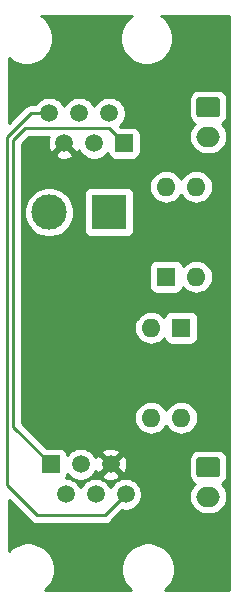
<source format=gbr>
G04 #@! TF.GenerationSoftware,KiCad,Pcbnew,(5.1.0)-1*
G04 #@! TF.CreationDate,2019-07-07T19:12:32+02:00*
G04 #@! TF.ProjectId,big_button_v1,6269675f-6275-4747-946f-6e5f76312e6b,rev?*
G04 #@! TF.SameCoordinates,Original*
G04 #@! TF.FileFunction,Copper,L1,Top*
G04 #@! TF.FilePolarity,Positive*
%FSLAX46Y46*%
G04 Gerber Fmt 4.6, Leading zero omitted, Abs format (unit mm)*
G04 Created by KiCad (PCBNEW (5.1.0)-1) date 2019-07-07 19:12:32*
%MOMM*%
%LPD*%
G04 APERTURE LIST*
%ADD10O,1.600000X1.600000*%
%ADD11R,1.600000X1.600000*%
%ADD12C,3.000000*%
%ADD13R,3.000000X3.000000*%
%ADD14O,2.000000X1.700000*%
%ADD15C,0.100000*%
%ADD16C,1.700000*%
%ADD17R,1.520000X1.520000*%
%ADD18C,1.520000*%
%ADD19C,0.800000*%
%ADD20C,0.250000*%
%ADD21C,0.254000*%
G04 APERTURE END LIST*
D10*
X64008000Y-65151000D03*
X66548000Y-72771000D03*
X66548000Y-65151000D03*
D11*
X64008000Y-72771000D03*
D10*
X65278000Y-84709000D03*
X62738000Y-77089000D03*
X62738000Y-84709000D03*
D11*
X65278000Y-77089000D03*
D12*
X54102000Y-67310000D03*
D13*
X59182000Y-67310000D03*
D14*
X67564000Y-60920000D03*
D15*
G36*
X68338504Y-57571204D02*
G01*
X68362773Y-57574804D01*
X68386571Y-57580765D01*
X68409671Y-57589030D01*
X68431849Y-57599520D01*
X68452893Y-57612133D01*
X68472598Y-57626747D01*
X68490777Y-57643223D01*
X68507253Y-57661402D01*
X68521867Y-57681107D01*
X68534480Y-57702151D01*
X68544970Y-57724329D01*
X68553235Y-57747429D01*
X68559196Y-57771227D01*
X68562796Y-57795496D01*
X68564000Y-57820000D01*
X68564000Y-59020000D01*
X68562796Y-59044504D01*
X68559196Y-59068773D01*
X68553235Y-59092571D01*
X68544970Y-59115671D01*
X68534480Y-59137849D01*
X68521867Y-59158893D01*
X68507253Y-59178598D01*
X68490777Y-59196777D01*
X68472598Y-59213253D01*
X68452893Y-59227867D01*
X68431849Y-59240480D01*
X68409671Y-59250970D01*
X68386571Y-59259235D01*
X68362773Y-59265196D01*
X68338504Y-59268796D01*
X68314000Y-59270000D01*
X66814000Y-59270000D01*
X66789496Y-59268796D01*
X66765227Y-59265196D01*
X66741429Y-59259235D01*
X66718329Y-59250970D01*
X66696151Y-59240480D01*
X66675107Y-59227867D01*
X66655402Y-59213253D01*
X66637223Y-59196777D01*
X66620747Y-59178598D01*
X66606133Y-59158893D01*
X66593520Y-59137849D01*
X66583030Y-59115671D01*
X66574765Y-59092571D01*
X66568804Y-59068773D01*
X66565204Y-59044504D01*
X66564000Y-59020000D01*
X66564000Y-57820000D01*
X66565204Y-57795496D01*
X66568804Y-57771227D01*
X66574765Y-57747429D01*
X66583030Y-57724329D01*
X66593520Y-57702151D01*
X66606133Y-57681107D01*
X66620747Y-57661402D01*
X66637223Y-57643223D01*
X66655402Y-57626747D01*
X66675107Y-57612133D01*
X66696151Y-57599520D01*
X66718329Y-57589030D01*
X66741429Y-57580765D01*
X66765227Y-57574804D01*
X66789496Y-57571204D01*
X66814000Y-57570000D01*
X68314000Y-57570000D01*
X68338504Y-57571204D01*
X68338504Y-57571204D01*
G37*
D16*
X67564000Y-58420000D03*
D14*
X67564000Y-91400000D03*
D15*
G36*
X68338504Y-88051204D02*
G01*
X68362773Y-88054804D01*
X68386571Y-88060765D01*
X68409671Y-88069030D01*
X68431849Y-88079520D01*
X68452893Y-88092133D01*
X68472598Y-88106747D01*
X68490777Y-88123223D01*
X68507253Y-88141402D01*
X68521867Y-88161107D01*
X68534480Y-88182151D01*
X68544970Y-88204329D01*
X68553235Y-88227429D01*
X68559196Y-88251227D01*
X68562796Y-88275496D01*
X68564000Y-88300000D01*
X68564000Y-89500000D01*
X68562796Y-89524504D01*
X68559196Y-89548773D01*
X68553235Y-89572571D01*
X68544970Y-89595671D01*
X68534480Y-89617849D01*
X68521867Y-89638893D01*
X68507253Y-89658598D01*
X68490777Y-89676777D01*
X68472598Y-89693253D01*
X68452893Y-89707867D01*
X68431849Y-89720480D01*
X68409671Y-89730970D01*
X68386571Y-89739235D01*
X68362773Y-89745196D01*
X68338504Y-89748796D01*
X68314000Y-89750000D01*
X66814000Y-89750000D01*
X66789496Y-89748796D01*
X66765227Y-89745196D01*
X66741429Y-89739235D01*
X66718329Y-89730970D01*
X66696151Y-89720480D01*
X66675107Y-89707867D01*
X66655402Y-89693253D01*
X66637223Y-89676777D01*
X66620747Y-89658598D01*
X66606133Y-89638893D01*
X66593520Y-89617849D01*
X66583030Y-89595671D01*
X66574765Y-89572571D01*
X66568804Y-89548773D01*
X66565204Y-89524504D01*
X66564000Y-89500000D01*
X66564000Y-88300000D01*
X66565204Y-88275496D01*
X66568804Y-88251227D01*
X66574765Y-88227429D01*
X66583030Y-88204329D01*
X66593520Y-88182151D01*
X66606133Y-88161107D01*
X66620747Y-88141402D01*
X66637223Y-88123223D01*
X66655402Y-88106747D01*
X66675107Y-88092133D01*
X66696151Y-88079520D01*
X66718329Y-88069030D01*
X66741429Y-88060765D01*
X66765227Y-88054804D01*
X66789496Y-88051204D01*
X66814000Y-88050000D01*
X68314000Y-88050000D01*
X68338504Y-88051204D01*
X68338504Y-88051204D01*
G37*
D16*
X67564000Y-88900000D03*
D17*
X54234000Y-88646000D03*
D18*
X55504000Y-91186000D03*
X56774000Y-88646000D03*
X58044000Y-91186000D03*
X59314000Y-88646000D03*
X60584000Y-91186000D03*
D17*
X60452000Y-61468000D03*
D18*
X59182000Y-58928000D03*
X57912000Y-61468000D03*
X56642000Y-58928000D03*
X55372000Y-61468000D03*
X54102000Y-58928000D03*
D19*
X56134000Y-76708000D03*
X61468000Y-76200000D03*
X54102000Y-70358000D03*
D20*
X59182000Y-60198000D02*
X60452000Y-61468000D01*
X52070000Y-60198000D02*
X59182000Y-60198000D01*
X51054000Y-61214000D02*
X52070000Y-60198000D01*
X54234000Y-88646000D02*
X51054000Y-85466000D01*
X51054000Y-85466000D02*
X51054000Y-61214000D01*
X58806000Y-92964000D02*
X60584000Y-91186000D01*
X53086000Y-92964000D02*
X58806000Y-92964000D01*
X50546000Y-90424000D02*
X53086000Y-92964000D01*
X50546000Y-60960000D02*
X50546000Y-90424000D01*
X54102000Y-58928000D02*
X52578000Y-58928000D01*
X52578000Y-58928000D02*
X50546000Y-60960000D01*
D21*
G36*
X60921334Y-50822544D02*
G01*
X60606544Y-51137334D01*
X60359214Y-51507489D01*
X60188851Y-51918782D01*
X60102000Y-52355409D01*
X60102000Y-52800591D01*
X60188851Y-53237218D01*
X60359214Y-53648511D01*
X60606544Y-54018666D01*
X60921334Y-54333456D01*
X61291489Y-54580786D01*
X61702782Y-54751149D01*
X62139409Y-54838000D01*
X62584591Y-54838000D01*
X63021218Y-54751149D01*
X63432511Y-54580786D01*
X63802666Y-54333456D01*
X64117456Y-54018666D01*
X64364786Y-53648511D01*
X64535149Y-53237218D01*
X64622000Y-52800591D01*
X64622000Y-52355409D01*
X64535149Y-51918782D01*
X64364786Y-51507489D01*
X64117456Y-51137334D01*
X63802666Y-50822544D01*
X63611783Y-50695000D01*
X69305001Y-50695000D01*
X69305000Y-99305000D01*
X63904396Y-99305000D01*
X63924666Y-99291456D01*
X64239456Y-98976666D01*
X64486786Y-98606511D01*
X64657149Y-98195218D01*
X64744000Y-97758591D01*
X64744000Y-97313409D01*
X64657149Y-96876782D01*
X64486786Y-96465489D01*
X64239456Y-96095334D01*
X63924666Y-95780544D01*
X63554511Y-95533214D01*
X63143218Y-95362851D01*
X62706591Y-95276000D01*
X62261409Y-95276000D01*
X61824782Y-95362851D01*
X61413489Y-95533214D01*
X61043334Y-95780544D01*
X60728544Y-96095334D01*
X60481214Y-96465489D01*
X60310851Y-96876782D01*
X60224000Y-97313409D01*
X60224000Y-97758591D01*
X60310851Y-98195218D01*
X60481214Y-98606511D01*
X60728544Y-98976666D01*
X61043334Y-99291456D01*
X61063604Y-99305000D01*
X53744396Y-99305000D01*
X53764666Y-99291456D01*
X54079456Y-98976666D01*
X54326786Y-98606511D01*
X54497149Y-98195218D01*
X54584000Y-97758591D01*
X54584000Y-97313409D01*
X54497149Y-96876782D01*
X54326786Y-96465489D01*
X54079456Y-96095334D01*
X53764666Y-95780544D01*
X53394511Y-95533214D01*
X52983218Y-95362851D01*
X52546591Y-95276000D01*
X52101409Y-95276000D01*
X51664782Y-95362851D01*
X51253489Y-95533214D01*
X50883334Y-95780544D01*
X50695000Y-95968878D01*
X50695000Y-91647802D01*
X52522205Y-93475008D01*
X52545999Y-93504001D01*
X52574992Y-93527795D01*
X52574996Y-93527799D01*
X52645685Y-93585811D01*
X52661724Y-93598974D01*
X52793753Y-93669546D01*
X52937014Y-93713003D01*
X53048667Y-93724000D01*
X53048676Y-93724000D01*
X53085999Y-93727676D01*
X53123322Y-93724000D01*
X58768678Y-93724000D01*
X58806000Y-93727676D01*
X58843322Y-93724000D01*
X58843333Y-93724000D01*
X58954986Y-93713003D01*
X59098247Y-93669546D01*
X59230276Y-93598974D01*
X59346001Y-93504001D01*
X59369804Y-93474997D01*
X60294130Y-92550671D01*
X60446604Y-92581000D01*
X60721396Y-92581000D01*
X60990907Y-92527391D01*
X61244780Y-92422233D01*
X61473261Y-92269567D01*
X61667567Y-92075261D01*
X61820233Y-91846780D01*
X61925391Y-91592907D01*
X61963762Y-91400000D01*
X65921815Y-91400000D01*
X65950487Y-91691111D01*
X66035401Y-91971034D01*
X66173294Y-92229014D01*
X66358866Y-92455134D01*
X66584986Y-92640706D01*
X66842966Y-92778599D01*
X67122889Y-92863513D01*
X67341050Y-92885000D01*
X67786950Y-92885000D01*
X68005111Y-92863513D01*
X68285034Y-92778599D01*
X68543014Y-92640706D01*
X68769134Y-92455134D01*
X68954706Y-92229014D01*
X69092599Y-91971034D01*
X69177513Y-91691111D01*
X69206185Y-91400000D01*
X69177513Y-91108889D01*
X69092599Y-90828966D01*
X68954706Y-90570986D01*
X68769134Y-90344866D01*
X68705663Y-90292777D01*
X68807386Y-90238405D01*
X68941962Y-90127962D01*
X69052405Y-89993386D01*
X69134472Y-89839850D01*
X69185008Y-89673254D01*
X69202072Y-89500000D01*
X69202072Y-88300000D01*
X69185008Y-88126746D01*
X69134472Y-87960150D01*
X69052405Y-87806614D01*
X68941962Y-87672038D01*
X68807386Y-87561595D01*
X68653850Y-87479528D01*
X68487254Y-87428992D01*
X68314000Y-87411928D01*
X66814000Y-87411928D01*
X66640746Y-87428992D01*
X66474150Y-87479528D01*
X66320614Y-87561595D01*
X66186038Y-87672038D01*
X66075595Y-87806614D01*
X65993528Y-87960150D01*
X65942992Y-88126746D01*
X65925928Y-88300000D01*
X65925928Y-89500000D01*
X65942992Y-89673254D01*
X65993528Y-89839850D01*
X66075595Y-89993386D01*
X66186038Y-90127962D01*
X66320614Y-90238405D01*
X66422337Y-90292777D01*
X66358866Y-90344866D01*
X66173294Y-90570986D01*
X66035401Y-90828966D01*
X65950487Y-91108889D01*
X65921815Y-91400000D01*
X61963762Y-91400000D01*
X61979000Y-91323396D01*
X61979000Y-91048604D01*
X61925391Y-90779093D01*
X61820233Y-90525220D01*
X61667567Y-90296739D01*
X61473261Y-90102433D01*
X61244780Y-89949767D01*
X60990907Y-89844609D01*
X60721396Y-89791000D01*
X60446604Y-89791000D01*
X60177093Y-89844609D01*
X59923220Y-89949767D01*
X59694739Y-90102433D01*
X59500433Y-90296739D01*
X59347767Y-90525220D01*
X59314000Y-90606740D01*
X59280233Y-90525220D01*
X59127567Y-90296739D01*
X58933261Y-90102433D01*
X58704780Y-89949767D01*
X58450907Y-89844609D01*
X58181396Y-89791000D01*
X57906604Y-89791000D01*
X57637093Y-89844609D01*
X57383220Y-89949767D01*
X57154739Y-90102433D01*
X56960433Y-90296739D01*
X56807767Y-90525220D01*
X56774000Y-90606740D01*
X56740233Y-90525220D01*
X56587567Y-90296739D01*
X56393261Y-90102433D01*
X56164780Y-89949767D01*
X55910907Y-89844609D01*
X55641396Y-89791000D01*
X55499501Y-89791000D01*
X55524537Y-89760494D01*
X55583502Y-89650180D01*
X55619812Y-89530482D01*
X55628474Y-89442533D01*
X55690433Y-89535261D01*
X55884739Y-89729567D01*
X56113220Y-89882233D01*
X56367093Y-89987391D01*
X56636604Y-90041000D01*
X56911396Y-90041000D01*
X57180907Y-89987391D01*
X57434780Y-89882233D01*
X57663261Y-89729567D01*
X57782691Y-89610137D01*
X58529469Y-89610137D01*
X58596206Y-89850025D01*
X58844892Y-89966924D01*
X59111606Y-90033061D01*
X59386097Y-90045895D01*
X59657817Y-90004931D01*
X59916326Y-89911744D01*
X60031794Y-89850025D01*
X60098531Y-89610137D01*
X59314000Y-88825605D01*
X58529469Y-89610137D01*
X57782691Y-89610137D01*
X57857567Y-89535261D01*
X58010233Y-89306780D01*
X58041830Y-89230499D01*
X58048256Y-89248326D01*
X58109975Y-89363794D01*
X58349863Y-89430531D01*
X59134395Y-88646000D01*
X59493605Y-88646000D01*
X60278137Y-89430531D01*
X60518025Y-89363794D01*
X60634924Y-89115108D01*
X60701061Y-88848394D01*
X60713895Y-88573903D01*
X60672931Y-88302183D01*
X60579744Y-88043674D01*
X60518025Y-87928206D01*
X60278137Y-87861469D01*
X59493605Y-88646000D01*
X59134395Y-88646000D01*
X58349863Y-87861469D01*
X58109975Y-87928206D01*
X58044400Y-88067707D01*
X58010233Y-87985220D01*
X57857567Y-87756739D01*
X57782691Y-87681863D01*
X58529469Y-87681863D01*
X59314000Y-88466395D01*
X60098531Y-87681863D01*
X60031794Y-87441975D01*
X59783108Y-87325076D01*
X59516394Y-87258939D01*
X59241903Y-87246105D01*
X58970183Y-87287069D01*
X58711674Y-87380256D01*
X58596206Y-87441975D01*
X58529469Y-87681863D01*
X57782691Y-87681863D01*
X57663261Y-87562433D01*
X57434780Y-87409767D01*
X57180907Y-87304609D01*
X56911396Y-87251000D01*
X56636604Y-87251000D01*
X56367093Y-87304609D01*
X56113220Y-87409767D01*
X55884739Y-87562433D01*
X55690433Y-87756739D01*
X55628474Y-87849467D01*
X55619812Y-87761518D01*
X55583502Y-87641820D01*
X55524537Y-87531506D01*
X55445185Y-87434815D01*
X55348494Y-87355463D01*
X55238180Y-87296498D01*
X55118482Y-87260188D01*
X54994000Y-87247928D01*
X53910730Y-87247928D01*
X51814000Y-85151199D01*
X51814000Y-84709000D01*
X61296057Y-84709000D01*
X61323764Y-84990309D01*
X61405818Y-85260808D01*
X61539068Y-85510101D01*
X61718392Y-85728608D01*
X61936899Y-85907932D01*
X62186192Y-86041182D01*
X62456691Y-86123236D01*
X62667508Y-86144000D01*
X62808492Y-86144000D01*
X63019309Y-86123236D01*
X63289808Y-86041182D01*
X63539101Y-85907932D01*
X63757608Y-85728608D01*
X63936932Y-85510101D01*
X64008000Y-85377142D01*
X64079068Y-85510101D01*
X64258392Y-85728608D01*
X64476899Y-85907932D01*
X64726192Y-86041182D01*
X64996691Y-86123236D01*
X65207508Y-86144000D01*
X65348492Y-86144000D01*
X65559309Y-86123236D01*
X65829808Y-86041182D01*
X66079101Y-85907932D01*
X66297608Y-85728608D01*
X66476932Y-85510101D01*
X66610182Y-85260808D01*
X66692236Y-84990309D01*
X66719943Y-84709000D01*
X66692236Y-84427691D01*
X66610182Y-84157192D01*
X66476932Y-83907899D01*
X66297608Y-83689392D01*
X66079101Y-83510068D01*
X65829808Y-83376818D01*
X65559309Y-83294764D01*
X65348492Y-83274000D01*
X65207508Y-83274000D01*
X64996691Y-83294764D01*
X64726192Y-83376818D01*
X64476899Y-83510068D01*
X64258392Y-83689392D01*
X64079068Y-83907899D01*
X64008000Y-84040858D01*
X63936932Y-83907899D01*
X63757608Y-83689392D01*
X63539101Y-83510068D01*
X63289808Y-83376818D01*
X63019309Y-83294764D01*
X62808492Y-83274000D01*
X62667508Y-83274000D01*
X62456691Y-83294764D01*
X62186192Y-83376818D01*
X61936899Y-83510068D01*
X61718392Y-83689392D01*
X61539068Y-83907899D01*
X61405818Y-84157192D01*
X61323764Y-84427691D01*
X61296057Y-84709000D01*
X51814000Y-84709000D01*
X51814000Y-77089000D01*
X61296057Y-77089000D01*
X61323764Y-77370309D01*
X61405818Y-77640808D01*
X61539068Y-77890101D01*
X61718392Y-78108608D01*
X61936899Y-78287932D01*
X62186192Y-78421182D01*
X62456691Y-78503236D01*
X62667508Y-78524000D01*
X62808492Y-78524000D01*
X63019309Y-78503236D01*
X63289808Y-78421182D01*
X63539101Y-78287932D01*
X63757608Y-78108608D01*
X63850419Y-77995518D01*
X63852188Y-78013482D01*
X63888498Y-78133180D01*
X63947463Y-78243494D01*
X64026815Y-78340185D01*
X64123506Y-78419537D01*
X64233820Y-78478502D01*
X64353518Y-78514812D01*
X64478000Y-78527072D01*
X66078000Y-78527072D01*
X66202482Y-78514812D01*
X66322180Y-78478502D01*
X66432494Y-78419537D01*
X66529185Y-78340185D01*
X66608537Y-78243494D01*
X66667502Y-78133180D01*
X66703812Y-78013482D01*
X66716072Y-77889000D01*
X66716072Y-76289000D01*
X66703812Y-76164518D01*
X66667502Y-76044820D01*
X66608537Y-75934506D01*
X66529185Y-75837815D01*
X66432494Y-75758463D01*
X66322180Y-75699498D01*
X66202482Y-75663188D01*
X66078000Y-75650928D01*
X64478000Y-75650928D01*
X64353518Y-75663188D01*
X64233820Y-75699498D01*
X64123506Y-75758463D01*
X64026815Y-75837815D01*
X63947463Y-75934506D01*
X63888498Y-76044820D01*
X63852188Y-76164518D01*
X63850419Y-76182482D01*
X63757608Y-76069392D01*
X63539101Y-75890068D01*
X63289808Y-75756818D01*
X63019309Y-75674764D01*
X62808492Y-75654000D01*
X62667508Y-75654000D01*
X62456691Y-75674764D01*
X62186192Y-75756818D01*
X61936899Y-75890068D01*
X61718392Y-76069392D01*
X61539068Y-76287899D01*
X61405818Y-76537192D01*
X61323764Y-76807691D01*
X61296057Y-77089000D01*
X51814000Y-77089000D01*
X51814000Y-71971000D01*
X62569928Y-71971000D01*
X62569928Y-73571000D01*
X62582188Y-73695482D01*
X62618498Y-73815180D01*
X62677463Y-73925494D01*
X62756815Y-74022185D01*
X62853506Y-74101537D01*
X62963820Y-74160502D01*
X63083518Y-74196812D01*
X63208000Y-74209072D01*
X64808000Y-74209072D01*
X64932482Y-74196812D01*
X65052180Y-74160502D01*
X65162494Y-74101537D01*
X65259185Y-74022185D01*
X65338537Y-73925494D01*
X65397502Y-73815180D01*
X65433812Y-73695482D01*
X65435581Y-73677518D01*
X65528392Y-73790608D01*
X65746899Y-73969932D01*
X65996192Y-74103182D01*
X66266691Y-74185236D01*
X66477508Y-74206000D01*
X66618492Y-74206000D01*
X66829309Y-74185236D01*
X67099808Y-74103182D01*
X67349101Y-73969932D01*
X67567608Y-73790608D01*
X67746932Y-73572101D01*
X67880182Y-73322808D01*
X67962236Y-73052309D01*
X67989943Y-72771000D01*
X67962236Y-72489691D01*
X67880182Y-72219192D01*
X67746932Y-71969899D01*
X67567608Y-71751392D01*
X67349101Y-71572068D01*
X67099808Y-71438818D01*
X66829309Y-71356764D01*
X66618492Y-71336000D01*
X66477508Y-71336000D01*
X66266691Y-71356764D01*
X65996192Y-71438818D01*
X65746899Y-71572068D01*
X65528392Y-71751392D01*
X65435581Y-71864482D01*
X65433812Y-71846518D01*
X65397502Y-71726820D01*
X65338537Y-71616506D01*
X65259185Y-71519815D01*
X65162494Y-71440463D01*
X65052180Y-71381498D01*
X64932482Y-71345188D01*
X64808000Y-71332928D01*
X63208000Y-71332928D01*
X63083518Y-71345188D01*
X62963820Y-71381498D01*
X62853506Y-71440463D01*
X62756815Y-71519815D01*
X62677463Y-71616506D01*
X62618498Y-71726820D01*
X62582188Y-71846518D01*
X62569928Y-71971000D01*
X51814000Y-71971000D01*
X51814000Y-67099721D01*
X51967000Y-67099721D01*
X51967000Y-67520279D01*
X52049047Y-67932756D01*
X52209988Y-68321302D01*
X52443637Y-68670983D01*
X52741017Y-68968363D01*
X53090698Y-69202012D01*
X53479244Y-69362953D01*
X53891721Y-69445000D01*
X54312279Y-69445000D01*
X54724756Y-69362953D01*
X55113302Y-69202012D01*
X55462983Y-68968363D01*
X55760363Y-68670983D01*
X55994012Y-68321302D01*
X56154953Y-67932756D01*
X56237000Y-67520279D01*
X56237000Y-67099721D01*
X56154953Y-66687244D01*
X55994012Y-66298698D01*
X55760363Y-65949017D01*
X55621346Y-65810000D01*
X57043928Y-65810000D01*
X57043928Y-68810000D01*
X57056188Y-68934482D01*
X57092498Y-69054180D01*
X57151463Y-69164494D01*
X57230815Y-69261185D01*
X57327506Y-69340537D01*
X57437820Y-69399502D01*
X57557518Y-69435812D01*
X57682000Y-69448072D01*
X60682000Y-69448072D01*
X60806482Y-69435812D01*
X60926180Y-69399502D01*
X61036494Y-69340537D01*
X61133185Y-69261185D01*
X61212537Y-69164494D01*
X61271502Y-69054180D01*
X61307812Y-68934482D01*
X61320072Y-68810000D01*
X61320072Y-65810000D01*
X61307812Y-65685518D01*
X61271502Y-65565820D01*
X61212537Y-65455506D01*
X61133185Y-65358815D01*
X61036494Y-65279463D01*
X60926180Y-65220498D01*
X60806482Y-65184188D01*
X60682000Y-65171928D01*
X57682000Y-65171928D01*
X57557518Y-65184188D01*
X57437820Y-65220498D01*
X57327506Y-65279463D01*
X57230815Y-65358815D01*
X57151463Y-65455506D01*
X57092498Y-65565820D01*
X57056188Y-65685518D01*
X57043928Y-65810000D01*
X55621346Y-65810000D01*
X55462983Y-65651637D01*
X55113302Y-65417988D01*
X54724756Y-65257047D01*
X54312279Y-65175000D01*
X53891721Y-65175000D01*
X53479244Y-65257047D01*
X53090698Y-65417988D01*
X52741017Y-65651637D01*
X52443637Y-65949017D01*
X52209988Y-66298698D01*
X52049047Y-66687244D01*
X51967000Y-67099721D01*
X51814000Y-67099721D01*
X51814000Y-65151000D01*
X62566057Y-65151000D01*
X62593764Y-65432309D01*
X62675818Y-65702808D01*
X62809068Y-65952101D01*
X62988392Y-66170608D01*
X63206899Y-66349932D01*
X63456192Y-66483182D01*
X63726691Y-66565236D01*
X63937508Y-66586000D01*
X64078492Y-66586000D01*
X64289309Y-66565236D01*
X64559808Y-66483182D01*
X64809101Y-66349932D01*
X65027608Y-66170608D01*
X65206932Y-65952101D01*
X65278000Y-65819142D01*
X65349068Y-65952101D01*
X65528392Y-66170608D01*
X65746899Y-66349932D01*
X65996192Y-66483182D01*
X66266691Y-66565236D01*
X66477508Y-66586000D01*
X66618492Y-66586000D01*
X66829309Y-66565236D01*
X67099808Y-66483182D01*
X67349101Y-66349932D01*
X67567608Y-66170608D01*
X67746932Y-65952101D01*
X67880182Y-65702808D01*
X67962236Y-65432309D01*
X67989943Y-65151000D01*
X67962236Y-64869691D01*
X67880182Y-64599192D01*
X67746932Y-64349899D01*
X67567608Y-64131392D01*
X67349101Y-63952068D01*
X67099808Y-63818818D01*
X66829309Y-63736764D01*
X66618492Y-63716000D01*
X66477508Y-63716000D01*
X66266691Y-63736764D01*
X65996192Y-63818818D01*
X65746899Y-63952068D01*
X65528392Y-64131392D01*
X65349068Y-64349899D01*
X65278000Y-64482858D01*
X65206932Y-64349899D01*
X65027608Y-64131392D01*
X64809101Y-63952068D01*
X64559808Y-63818818D01*
X64289309Y-63736764D01*
X64078492Y-63716000D01*
X63937508Y-63716000D01*
X63726691Y-63736764D01*
X63456192Y-63818818D01*
X63206899Y-63952068D01*
X62988392Y-64131392D01*
X62809068Y-64349899D01*
X62675818Y-64599192D01*
X62593764Y-64869691D01*
X62566057Y-65151000D01*
X51814000Y-65151000D01*
X51814000Y-62432137D01*
X54587469Y-62432137D01*
X54654206Y-62672025D01*
X54902892Y-62788924D01*
X55169606Y-62855061D01*
X55444097Y-62867895D01*
X55715817Y-62826931D01*
X55974326Y-62733744D01*
X56089794Y-62672025D01*
X56156531Y-62432137D01*
X55372000Y-61647605D01*
X54587469Y-62432137D01*
X51814000Y-62432137D01*
X51814000Y-61528801D01*
X52384802Y-60958000D01*
X54070298Y-60958000D01*
X54051076Y-60998892D01*
X53984939Y-61265606D01*
X53972105Y-61540097D01*
X54013069Y-61811817D01*
X54106256Y-62070326D01*
X54167975Y-62185794D01*
X54407863Y-62252531D01*
X55192395Y-61468000D01*
X55178252Y-61453858D01*
X55357858Y-61274253D01*
X55372000Y-61288395D01*
X55386143Y-61274253D01*
X55565748Y-61453858D01*
X55551605Y-61468000D01*
X56336137Y-62252531D01*
X56576025Y-62185794D01*
X56641600Y-62046293D01*
X56675767Y-62128780D01*
X56828433Y-62357261D01*
X57022739Y-62551567D01*
X57251220Y-62704233D01*
X57505093Y-62809391D01*
X57774604Y-62863000D01*
X58049396Y-62863000D01*
X58318907Y-62809391D01*
X58572780Y-62704233D01*
X58801261Y-62551567D01*
X58995567Y-62357261D01*
X59057526Y-62264533D01*
X59066188Y-62352482D01*
X59102498Y-62472180D01*
X59161463Y-62582494D01*
X59240815Y-62679185D01*
X59337506Y-62758537D01*
X59447820Y-62817502D01*
X59567518Y-62853812D01*
X59692000Y-62866072D01*
X61212000Y-62866072D01*
X61336482Y-62853812D01*
X61456180Y-62817502D01*
X61566494Y-62758537D01*
X61663185Y-62679185D01*
X61742537Y-62582494D01*
X61801502Y-62472180D01*
X61837812Y-62352482D01*
X61850072Y-62228000D01*
X61850072Y-60920000D01*
X65921815Y-60920000D01*
X65950487Y-61211111D01*
X66035401Y-61491034D01*
X66173294Y-61749014D01*
X66358866Y-61975134D01*
X66584986Y-62160706D01*
X66842966Y-62298599D01*
X67122889Y-62383513D01*
X67341050Y-62405000D01*
X67786950Y-62405000D01*
X68005111Y-62383513D01*
X68285034Y-62298599D01*
X68543014Y-62160706D01*
X68769134Y-61975134D01*
X68954706Y-61749014D01*
X69092599Y-61491034D01*
X69177513Y-61211111D01*
X69206185Y-60920000D01*
X69177513Y-60628889D01*
X69092599Y-60348966D01*
X68954706Y-60090986D01*
X68769134Y-59864866D01*
X68705663Y-59812777D01*
X68807386Y-59758405D01*
X68941962Y-59647962D01*
X69052405Y-59513386D01*
X69134472Y-59359850D01*
X69185008Y-59193254D01*
X69202072Y-59020000D01*
X69202072Y-57820000D01*
X69185008Y-57646746D01*
X69134472Y-57480150D01*
X69052405Y-57326614D01*
X68941962Y-57192038D01*
X68807386Y-57081595D01*
X68653850Y-56999528D01*
X68487254Y-56948992D01*
X68314000Y-56931928D01*
X66814000Y-56931928D01*
X66640746Y-56948992D01*
X66474150Y-56999528D01*
X66320614Y-57081595D01*
X66186038Y-57192038D01*
X66075595Y-57326614D01*
X65993528Y-57480150D01*
X65942992Y-57646746D01*
X65925928Y-57820000D01*
X65925928Y-59020000D01*
X65942992Y-59193254D01*
X65993528Y-59359850D01*
X66075595Y-59513386D01*
X66186038Y-59647962D01*
X66320614Y-59758405D01*
X66422337Y-59812777D01*
X66358866Y-59864866D01*
X66173294Y-60090986D01*
X66035401Y-60348966D01*
X65950487Y-60628889D01*
X65921815Y-60920000D01*
X61850072Y-60920000D01*
X61850072Y-60708000D01*
X61837812Y-60583518D01*
X61801502Y-60463820D01*
X61742537Y-60353506D01*
X61663185Y-60256815D01*
X61566494Y-60177463D01*
X61456180Y-60118498D01*
X61336482Y-60082188D01*
X61212000Y-60069928D01*
X60128729Y-60069928D01*
X60070726Y-60011925D01*
X60071261Y-60011567D01*
X60265567Y-59817261D01*
X60418233Y-59588780D01*
X60523391Y-59334907D01*
X60577000Y-59065396D01*
X60577000Y-58790604D01*
X60523391Y-58521093D01*
X60418233Y-58267220D01*
X60265567Y-58038739D01*
X60071261Y-57844433D01*
X59842780Y-57691767D01*
X59588907Y-57586609D01*
X59319396Y-57533000D01*
X59044604Y-57533000D01*
X58775093Y-57586609D01*
X58521220Y-57691767D01*
X58292739Y-57844433D01*
X58098433Y-58038739D01*
X57945767Y-58267220D01*
X57912000Y-58348740D01*
X57878233Y-58267220D01*
X57725567Y-58038739D01*
X57531261Y-57844433D01*
X57302780Y-57691767D01*
X57048907Y-57586609D01*
X56779396Y-57533000D01*
X56504604Y-57533000D01*
X56235093Y-57586609D01*
X55981220Y-57691767D01*
X55752739Y-57844433D01*
X55558433Y-58038739D01*
X55405767Y-58267220D01*
X55372000Y-58348740D01*
X55338233Y-58267220D01*
X55185567Y-58038739D01*
X54991261Y-57844433D01*
X54762780Y-57691767D01*
X54508907Y-57586609D01*
X54239396Y-57533000D01*
X53964604Y-57533000D01*
X53695093Y-57586609D01*
X53441220Y-57691767D01*
X53212739Y-57844433D01*
X53018433Y-58038739D01*
X52932064Y-58168000D01*
X52615323Y-58168000D01*
X52578000Y-58164324D01*
X52540677Y-58168000D01*
X52540667Y-58168000D01*
X52429014Y-58178997D01*
X52285753Y-58222454D01*
X52153723Y-58293026D01*
X52070083Y-58361668D01*
X52037999Y-58387999D01*
X52014201Y-58416997D01*
X50695000Y-59736199D01*
X50695000Y-54267122D01*
X50761334Y-54333456D01*
X51131489Y-54580786D01*
X51542782Y-54751149D01*
X51979409Y-54838000D01*
X52424591Y-54838000D01*
X52861218Y-54751149D01*
X53272511Y-54580786D01*
X53642666Y-54333456D01*
X53957456Y-54018666D01*
X54204786Y-53648511D01*
X54375149Y-53237218D01*
X54462000Y-52800591D01*
X54462000Y-52355409D01*
X54375149Y-51918782D01*
X54204786Y-51507489D01*
X53957456Y-51137334D01*
X53642666Y-50822544D01*
X53451783Y-50695000D01*
X61112217Y-50695000D01*
X60921334Y-50822544D01*
X60921334Y-50822544D01*
G37*
X60921334Y-50822544D02*
X60606544Y-51137334D01*
X60359214Y-51507489D01*
X60188851Y-51918782D01*
X60102000Y-52355409D01*
X60102000Y-52800591D01*
X60188851Y-53237218D01*
X60359214Y-53648511D01*
X60606544Y-54018666D01*
X60921334Y-54333456D01*
X61291489Y-54580786D01*
X61702782Y-54751149D01*
X62139409Y-54838000D01*
X62584591Y-54838000D01*
X63021218Y-54751149D01*
X63432511Y-54580786D01*
X63802666Y-54333456D01*
X64117456Y-54018666D01*
X64364786Y-53648511D01*
X64535149Y-53237218D01*
X64622000Y-52800591D01*
X64622000Y-52355409D01*
X64535149Y-51918782D01*
X64364786Y-51507489D01*
X64117456Y-51137334D01*
X63802666Y-50822544D01*
X63611783Y-50695000D01*
X69305001Y-50695000D01*
X69305000Y-99305000D01*
X63904396Y-99305000D01*
X63924666Y-99291456D01*
X64239456Y-98976666D01*
X64486786Y-98606511D01*
X64657149Y-98195218D01*
X64744000Y-97758591D01*
X64744000Y-97313409D01*
X64657149Y-96876782D01*
X64486786Y-96465489D01*
X64239456Y-96095334D01*
X63924666Y-95780544D01*
X63554511Y-95533214D01*
X63143218Y-95362851D01*
X62706591Y-95276000D01*
X62261409Y-95276000D01*
X61824782Y-95362851D01*
X61413489Y-95533214D01*
X61043334Y-95780544D01*
X60728544Y-96095334D01*
X60481214Y-96465489D01*
X60310851Y-96876782D01*
X60224000Y-97313409D01*
X60224000Y-97758591D01*
X60310851Y-98195218D01*
X60481214Y-98606511D01*
X60728544Y-98976666D01*
X61043334Y-99291456D01*
X61063604Y-99305000D01*
X53744396Y-99305000D01*
X53764666Y-99291456D01*
X54079456Y-98976666D01*
X54326786Y-98606511D01*
X54497149Y-98195218D01*
X54584000Y-97758591D01*
X54584000Y-97313409D01*
X54497149Y-96876782D01*
X54326786Y-96465489D01*
X54079456Y-96095334D01*
X53764666Y-95780544D01*
X53394511Y-95533214D01*
X52983218Y-95362851D01*
X52546591Y-95276000D01*
X52101409Y-95276000D01*
X51664782Y-95362851D01*
X51253489Y-95533214D01*
X50883334Y-95780544D01*
X50695000Y-95968878D01*
X50695000Y-91647802D01*
X52522205Y-93475008D01*
X52545999Y-93504001D01*
X52574992Y-93527795D01*
X52574996Y-93527799D01*
X52645685Y-93585811D01*
X52661724Y-93598974D01*
X52793753Y-93669546D01*
X52937014Y-93713003D01*
X53048667Y-93724000D01*
X53048676Y-93724000D01*
X53085999Y-93727676D01*
X53123322Y-93724000D01*
X58768678Y-93724000D01*
X58806000Y-93727676D01*
X58843322Y-93724000D01*
X58843333Y-93724000D01*
X58954986Y-93713003D01*
X59098247Y-93669546D01*
X59230276Y-93598974D01*
X59346001Y-93504001D01*
X59369804Y-93474997D01*
X60294130Y-92550671D01*
X60446604Y-92581000D01*
X60721396Y-92581000D01*
X60990907Y-92527391D01*
X61244780Y-92422233D01*
X61473261Y-92269567D01*
X61667567Y-92075261D01*
X61820233Y-91846780D01*
X61925391Y-91592907D01*
X61963762Y-91400000D01*
X65921815Y-91400000D01*
X65950487Y-91691111D01*
X66035401Y-91971034D01*
X66173294Y-92229014D01*
X66358866Y-92455134D01*
X66584986Y-92640706D01*
X66842966Y-92778599D01*
X67122889Y-92863513D01*
X67341050Y-92885000D01*
X67786950Y-92885000D01*
X68005111Y-92863513D01*
X68285034Y-92778599D01*
X68543014Y-92640706D01*
X68769134Y-92455134D01*
X68954706Y-92229014D01*
X69092599Y-91971034D01*
X69177513Y-91691111D01*
X69206185Y-91400000D01*
X69177513Y-91108889D01*
X69092599Y-90828966D01*
X68954706Y-90570986D01*
X68769134Y-90344866D01*
X68705663Y-90292777D01*
X68807386Y-90238405D01*
X68941962Y-90127962D01*
X69052405Y-89993386D01*
X69134472Y-89839850D01*
X69185008Y-89673254D01*
X69202072Y-89500000D01*
X69202072Y-88300000D01*
X69185008Y-88126746D01*
X69134472Y-87960150D01*
X69052405Y-87806614D01*
X68941962Y-87672038D01*
X68807386Y-87561595D01*
X68653850Y-87479528D01*
X68487254Y-87428992D01*
X68314000Y-87411928D01*
X66814000Y-87411928D01*
X66640746Y-87428992D01*
X66474150Y-87479528D01*
X66320614Y-87561595D01*
X66186038Y-87672038D01*
X66075595Y-87806614D01*
X65993528Y-87960150D01*
X65942992Y-88126746D01*
X65925928Y-88300000D01*
X65925928Y-89500000D01*
X65942992Y-89673254D01*
X65993528Y-89839850D01*
X66075595Y-89993386D01*
X66186038Y-90127962D01*
X66320614Y-90238405D01*
X66422337Y-90292777D01*
X66358866Y-90344866D01*
X66173294Y-90570986D01*
X66035401Y-90828966D01*
X65950487Y-91108889D01*
X65921815Y-91400000D01*
X61963762Y-91400000D01*
X61979000Y-91323396D01*
X61979000Y-91048604D01*
X61925391Y-90779093D01*
X61820233Y-90525220D01*
X61667567Y-90296739D01*
X61473261Y-90102433D01*
X61244780Y-89949767D01*
X60990907Y-89844609D01*
X60721396Y-89791000D01*
X60446604Y-89791000D01*
X60177093Y-89844609D01*
X59923220Y-89949767D01*
X59694739Y-90102433D01*
X59500433Y-90296739D01*
X59347767Y-90525220D01*
X59314000Y-90606740D01*
X59280233Y-90525220D01*
X59127567Y-90296739D01*
X58933261Y-90102433D01*
X58704780Y-89949767D01*
X58450907Y-89844609D01*
X58181396Y-89791000D01*
X57906604Y-89791000D01*
X57637093Y-89844609D01*
X57383220Y-89949767D01*
X57154739Y-90102433D01*
X56960433Y-90296739D01*
X56807767Y-90525220D01*
X56774000Y-90606740D01*
X56740233Y-90525220D01*
X56587567Y-90296739D01*
X56393261Y-90102433D01*
X56164780Y-89949767D01*
X55910907Y-89844609D01*
X55641396Y-89791000D01*
X55499501Y-89791000D01*
X55524537Y-89760494D01*
X55583502Y-89650180D01*
X55619812Y-89530482D01*
X55628474Y-89442533D01*
X55690433Y-89535261D01*
X55884739Y-89729567D01*
X56113220Y-89882233D01*
X56367093Y-89987391D01*
X56636604Y-90041000D01*
X56911396Y-90041000D01*
X57180907Y-89987391D01*
X57434780Y-89882233D01*
X57663261Y-89729567D01*
X57782691Y-89610137D01*
X58529469Y-89610137D01*
X58596206Y-89850025D01*
X58844892Y-89966924D01*
X59111606Y-90033061D01*
X59386097Y-90045895D01*
X59657817Y-90004931D01*
X59916326Y-89911744D01*
X60031794Y-89850025D01*
X60098531Y-89610137D01*
X59314000Y-88825605D01*
X58529469Y-89610137D01*
X57782691Y-89610137D01*
X57857567Y-89535261D01*
X58010233Y-89306780D01*
X58041830Y-89230499D01*
X58048256Y-89248326D01*
X58109975Y-89363794D01*
X58349863Y-89430531D01*
X59134395Y-88646000D01*
X59493605Y-88646000D01*
X60278137Y-89430531D01*
X60518025Y-89363794D01*
X60634924Y-89115108D01*
X60701061Y-88848394D01*
X60713895Y-88573903D01*
X60672931Y-88302183D01*
X60579744Y-88043674D01*
X60518025Y-87928206D01*
X60278137Y-87861469D01*
X59493605Y-88646000D01*
X59134395Y-88646000D01*
X58349863Y-87861469D01*
X58109975Y-87928206D01*
X58044400Y-88067707D01*
X58010233Y-87985220D01*
X57857567Y-87756739D01*
X57782691Y-87681863D01*
X58529469Y-87681863D01*
X59314000Y-88466395D01*
X60098531Y-87681863D01*
X60031794Y-87441975D01*
X59783108Y-87325076D01*
X59516394Y-87258939D01*
X59241903Y-87246105D01*
X58970183Y-87287069D01*
X58711674Y-87380256D01*
X58596206Y-87441975D01*
X58529469Y-87681863D01*
X57782691Y-87681863D01*
X57663261Y-87562433D01*
X57434780Y-87409767D01*
X57180907Y-87304609D01*
X56911396Y-87251000D01*
X56636604Y-87251000D01*
X56367093Y-87304609D01*
X56113220Y-87409767D01*
X55884739Y-87562433D01*
X55690433Y-87756739D01*
X55628474Y-87849467D01*
X55619812Y-87761518D01*
X55583502Y-87641820D01*
X55524537Y-87531506D01*
X55445185Y-87434815D01*
X55348494Y-87355463D01*
X55238180Y-87296498D01*
X55118482Y-87260188D01*
X54994000Y-87247928D01*
X53910730Y-87247928D01*
X51814000Y-85151199D01*
X51814000Y-84709000D01*
X61296057Y-84709000D01*
X61323764Y-84990309D01*
X61405818Y-85260808D01*
X61539068Y-85510101D01*
X61718392Y-85728608D01*
X61936899Y-85907932D01*
X62186192Y-86041182D01*
X62456691Y-86123236D01*
X62667508Y-86144000D01*
X62808492Y-86144000D01*
X63019309Y-86123236D01*
X63289808Y-86041182D01*
X63539101Y-85907932D01*
X63757608Y-85728608D01*
X63936932Y-85510101D01*
X64008000Y-85377142D01*
X64079068Y-85510101D01*
X64258392Y-85728608D01*
X64476899Y-85907932D01*
X64726192Y-86041182D01*
X64996691Y-86123236D01*
X65207508Y-86144000D01*
X65348492Y-86144000D01*
X65559309Y-86123236D01*
X65829808Y-86041182D01*
X66079101Y-85907932D01*
X66297608Y-85728608D01*
X66476932Y-85510101D01*
X66610182Y-85260808D01*
X66692236Y-84990309D01*
X66719943Y-84709000D01*
X66692236Y-84427691D01*
X66610182Y-84157192D01*
X66476932Y-83907899D01*
X66297608Y-83689392D01*
X66079101Y-83510068D01*
X65829808Y-83376818D01*
X65559309Y-83294764D01*
X65348492Y-83274000D01*
X65207508Y-83274000D01*
X64996691Y-83294764D01*
X64726192Y-83376818D01*
X64476899Y-83510068D01*
X64258392Y-83689392D01*
X64079068Y-83907899D01*
X64008000Y-84040858D01*
X63936932Y-83907899D01*
X63757608Y-83689392D01*
X63539101Y-83510068D01*
X63289808Y-83376818D01*
X63019309Y-83294764D01*
X62808492Y-83274000D01*
X62667508Y-83274000D01*
X62456691Y-83294764D01*
X62186192Y-83376818D01*
X61936899Y-83510068D01*
X61718392Y-83689392D01*
X61539068Y-83907899D01*
X61405818Y-84157192D01*
X61323764Y-84427691D01*
X61296057Y-84709000D01*
X51814000Y-84709000D01*
X51814000Y-77089000D01*
X61296057Y-77089000D01*
X61323764Y-77370309D01*
X61405818Y-77640808D01*
X61539068Y-77890101D01*
X61718392Y-78108608D01*
X61936899Y-78287932D01*
X62186192Y-78421182D01*
X62456691Y-78503236D01*
X62667508Y-78524000D01*
X62808492Y-78524000D01*
X63019309Y-78503236D01*
X63289808Y-78421182D01*
X63539101Y-78287932D01*
X63757608Y-78108608D01*
X63850419Y-77995518D01*
X63852188Y-78013482D01*
X63888498Y-78133180D01*
X63947463Y-78243494D01*
X64026815Y-78340185D01*
X64123506Y-78419537D01*
X64233820Y-78478502D01*
X64353518Y-78514812D01*
X64478000Y-78527072D01*
X66078000Y-78527072D01*
X66202482Y-78514812D01*
X66322180Y-78478502D01*
X66432494Y-78419537D01*
X66529185Y-78340185D01*
X66608537Y-78243494D01*
X66667502Y-78133180D01*
X66703812Y-78013482D01*
X66716072Y-77889000D01*
X66716072Y-76289000D01*
X66703812Y-76164518D01*
X66667502Y-76044820D01*
X66608537Y-75934506D01*
X66529185Y-75837815D01*
X66432494Y-75758463D01*
X66322180Y-75699498D01*
X66202482Y-75663188D01*
X66078000Y-75650928D01*
X64478000Y-75650928D01*
X64353518Y-75663188D01*
X64233820Y-75699498D01*
X64123506Y-75758463D01*
X64026815Y-75837815D01*
X63947463Y-75934506D01*
X63888498Y-76044820D01*
X63852188Y-76164518D01*
X63850419Y-76182482D01*
X63757608Y-76069392D01*
X63539101Y-75890068D01*
X63289808Y-75756818D01*
X63019309Y-75674764D01*
X62808492Y-75654000D01*
X62667508Y-75654000D01*
X62456691Y-75674764D01*
X62186192Y-75756818D01*
X61936899Y-75890068D01*
X61718392Y-76069392D01*
X61539068Y-76287899D01*
X61405818Y-76537192D01*
X61323764Y-76807691D01*
X61296057Y-77089000D01*
X51814000Y-77089000D01*
X51814000Y-71971000D01*
X62569928Y-71971000D01*
X62569928Y-73571000D01*
X62582188Y-73695482D01*
X62618498Y-73815180D01*
X62677463Y-73925494D01*
X62756815Y-74022185D01*
X62853506Y-74101537D01*
X62963820Y-74160502D01*
X63083518Y-74196812D01*
X63208000Y-74209072D01*
X64808000Y-74209072D01*
X64932482Y-74196812D01*
X65052180Y-74160502D01*
X65162494Y-74101537D01*
X65259185Y-74022185D01*
X65338537Y-73925494D01*
X65397502Y-73815180D01*
X65433812Y-73695482D01*
X65435581Y-73677518D01*
X65528392Y-73790608D01*
X65746899Y-73969932D01*
X65996192Y-74103182D01*
X66266691Y-74185236D01*
X66477508Y-74206000D01*
X66618492Y-74206000D01*
X66829309Y-74185236D01*
X67099808Y-74103182D01*
X67349101Y-73969932D01*
X67567608Y-73790608D01*
X67746932Y-73572101D01*
X67880182Y-73322808D01*
X67962236Y-73052309D01*
X67989943Y-72771000D01*
X67962236Y-72489691D01*
X67880182Y-72219192D01*
X67746932Y-71969899D01*
X67567608Y-71751392D01*
X67349101Y-71572068D01*
X67099808Y-71438818D01*
X66829309Y-71356764D01*
X66618492Y-71336000D01*
X66477508Y-71336000D01*
X66266691Y-71356764D01*
X65996192Y-71438818D01*
X65746899Y-71572068D01*
X65528392Y-71751392D01*
X65435581Y-71864482D01*
X65433812Y-71846518D01*
X65397502Y-71726820D01*
X65338537Y-71616506D01*
X65259185Y-71519815D01*
X65162494Y-71440463D01*
X65052180Y-71381498D01*
X64932482Y-71345188D01*
X64808000Y-71332928D01*
X63208000Y-71332928D01*
X63083518Y-71345188D01*
X62963820Y-71381498D01*
X62853506Y-71440463D01*
X62756815Y-71519815D01*
X62677463Y-71616506D01*
X62618498Y-71726820D01*
X62582188Y-71846518D01*
X62569928Y-71971000D01*
X51814000Y-71971000D01*
X51814000Y-67099721D01*
X51967000Y-67099721D01*
X51967000Y-67520279D01*
X52049047Y-67932756D01*
X52209988Y-68321302D01*
X52443637Y-68670983D01*
X52741017Y-68968363D01*
X53090698Y-69202012D01*
X53479244Y-69362953D01*
X53891721Y-69445000D01*
X54312279Y-69445000D01*
X54724756Y-69362953D01*
X55113302Y-69202012D01*
X55462983Y-68968363D01*
X55760363Y-68670983D01*
X55994012Y-68321302D01*
X56154953Y-67932756D01*
X56237000Y-67520279D01*
X56237000Y-67099721D01*
X56154953Y-66687244D01*
X55994012Y-66298698D01*
X55760363Y-65949017D01*
X55621346Y-65810000D01*
X57043928Y-65810000D01*
X57043928Y-68810000D01*
X57056188Y-68934482D01*
X57092498Y-69054180D01*
X57151463Y-69164494D01*
X57230815Y-69261185D01*
X57327506Y-69340537D01*
X57437820Y-69399502D01*
X57557518Y-69435812D01*
X57682000Y-69448072D01*
X60682000Y-69448072D01*
X60806482Y-69435812D01*
X60926180Y-69399502D01*
X61036494Y-69340537D01*
X61133185Y-69261185D01*
X61212537Y-69164494D01*
X61271502Y-69054180D01*
X61307812Y-68934482D01*
X61320072Y-68810000D01*
X61320072Y-65810000D01*
X61307812Y-65685518D01*
X61271502Y-65565820D01*
X61212537Y-65455506D01*
X61133185Y-65358815D01*
X61036494Y-65279463D01*
X60926180Y-65220498D01*
X60806482Y-65184188D01*
X60682000Y-65171928D01*
X57682000Y-65171928D01*
X57557518Y-65184188D01*
X57437820Y-65220498D01*
X57327506Y-65279463D01*
X57230815Y-65358815D01*
X57151463Y-65455506D01*
X57092498Y-65565820D01*
X57056188Y-65685518D01*
X57043928Y-65810000D01*
X55621346Y-65810000D01*
X55462983Y-65651637D01*
X55113302Y-65417988D01*
X54724756Y-65257047D01*
X54312279Y-65175000D01*
X53891721Y-65175000D01*
X53479244Y-65257047D01*
X53090698Y-65417988D01*
X52741017Y-65651637D01*
X52443637Y-65949017D01*
X52209988Y-66298698D01*
X52049047Y-66687244D01*
X51967000Y-67099721D01*
X51814000Y-67099721D01*
X51814000Y-65151000D01*
X62566057Y-65151000D01*
X62593764Y-65432309D01*
X62675818Y-65702808D01*
X62809068Y-65952101D01*
X62988392Y-66170608D01*
X63206899Y-66349932D01*
X63456192Y-66483182D01*
X63726691Y-66565236D01*
X63937508Y-66586000D01*
X64078492Y-66586000D01*
X64289309Y-66565236D01*
X64559808Y-66483182D01*
X64809101Y-66349932D01*
X65027608Y-66170608D01*
X65206932Y-65952101D01*
X65278000Y-65819142D01*
X65349068Y-65952101D01*
X65528392Y-66170608D01*
X65746899Y-66349932D01*
X65996192Y-66483182D01*
X66266691Y-66565236D01*
X66477508Y-66586000D01*
X66618492Y-66586000D01*
X66829309Y-66565236D01*
X67099808Y-66483182D01*
X67349101Y-66349932D01*
X67567608Y-66170608D01*
X67746932Y-65952101D01*
X67880182Y-65702808D01*
X67962236Y-65432309D01*
X67989943Y-65151000D01*
X67962236Y-64869691D01*
X67880182Y-64599192D01*
X67746932Y-64349899D01*
X67567608Y-64131392D01*
X67349101Y-63952068D01*
X67099808Y-63818818D01*
X66829309Y-63736764D01*
X66618492Y-63716000D01*
X66477508Y-63716000D01*
X66266691Y-63736764D01*
X65996192Y-63818818D01*
X65746899Y-63952068D01*
X65528392Y-64131392D01*
X65349068Y-64349899D01*
X65278000Y-64482858D01*
X65206932Y-64349899D01*
X65027608Y-64131392D01*
X64809101Y-63952068D01*
X64559808Y-63818818D01*
X64289309Y-63736764D01*
X64078492Y-63716000D01*
X63937508Y-63716000D01*
X63726691Y-63736764D01*
X63456192Y-63818818D01*
X63206899Y-63952068D01*
X62988392Y-64131392D01*
X62809068Y-64349899D01*
X62675818Y-64599192D01*
X62593764Y-64869691D01*
X62566057Y-65151000D01*
X51814000Y-65151000D01*
X51814000Y-62432137D01*
X54587469Y-62432137D01*
X54654206Y-62672025D01*
X54902892Y-62788924D01*
X55169606Y-62855061D01*
X55444097Y-62867895D01*
X55715817Y-62826931D01*
X55974326Y-62733744D01*
X56089794Y-62672025D01*
X56156531Y-62432137D01*
X55372000Y-61647605D01*
X54587469Y-62432137D01*
X51814000Y-62432137D01*
X51814000Y-61528801D01*
X52384802Y-60958000D01*
X54070298Y-60958000D01*
X54051076Y-60998892D01*
X53984939Y-61265606D01*
X53972105Y-61540097D01*
X54013069Y-61811817D01*
X54106256Y-62070326D01*
X54167975Y-62185794D01*
X54407863Y-62252531D01*
X55192395Y-61468000D01*
X55178252Y-61453858D01*
X55357858Y-61274253D01*
X55372000Y-61288395D01*
X55386143Y-61274253D01*
X55565748Y-61453858D01*
X55551605Y-61468000D01*
X56336137Y-62252531D01*
X56576025Y-62185794D01*
X56641600Y-62046293D01*
X56675767Y-62128780D01*
X56828433Y-62357261D01*
X57022739Y-62551567D01*
X57251220Y-62704233D01*
X57505093Y-62809391D01*
X57774604Y-62863000D01*
X58049396Y-62863000D01*
X58318907Y-62809391D01*
X58572780Y-62704233D01*
X58801261Y-62551567D01*
X58995567Y-62357261D01*
X59057526Y-62264533D01*
X59066188Y-62352482D01*
X59102498Y-62472180D01*
X59161463Y-62582494D01*
X59240815Y-62679185D01*
X59337506Y-62758537D01*
X59447820Y-62817502D01*
X59567518Y-62853812D01*
X59692000Y-62866072D01*
X61212000Y-62866072D01*
X61336482Y-62853812D01*
X61456180Y-62817502D01*
X61566494Y-62758537D01*
X61663185Y-62679185D01*
X61742537Y-62582494D01*
X61801502Y-62472180D01*
X61837812Y-62352482D01*
X61850072Y-62228000D01*
X61850072Y-60920000D01*
X65921815Y-60920000D01*
X65950487Y-61211111D01*
X66035401Y-61491034D01*
X66173294Y-61749014D01*
X66358866Y-61975134D01*
X66584986Y-62160706D01*
X66842966Y-62298599D01*
X67122889Y-62383513D01*
X67341050Y-62405000D01*
X67786950Y-62405000D01*
X68005111Y-62383513D01*
X68285034Y-62298599D01*
X68543014Y-62160706D01*
X68769134Y-61975134D01*
X68954706Y-61749014D01*
X69092599Y-61491034D01*
X69177513Y-61211111D01*
X69206185Y-60920000D01*
X69177513Y-60628889D01*
X69092599Y-60348966D01*
X68954706Y-60090986D01*
X68769134Y-59864866D01*
X68705663Y-59812777D01*
X68807386Y-59758405D01*
X68941962Y-59647962D01*
X69052405Y-59513386D01*
X69134472Y-59359850D01*
X69185008Y-59193254D01*
X69202072Y-59020000D01*
X69202072Y-57820000D01*
X69185008Y-57646746D01*
X69134472Y-57480150D01*
X69052405Y-57326614D01*
X68941962Y-57192038D01*
X68807386Y-57081595D01*
X68653850Y-56999528D01*
X68487254Y-56948992D01*
X68314000Y-56931928D01*
X66814000Y-56931928D01*
X66640746Y-56948992D01*
X66474150Y-56999528D01*
X66320614Y-57081595D01*
X66186038Y-57192038D01*
X66075595Y-57326614D01*
X65993528Y-57480150D01*
X65942992Y-57646746D01*
X65925928Y-57820000D01*
X65925928Y-59020000D01*
X65942992Y-59193254D01*
X65993528Y-59359850D01*
X66075595Y-59513386D01*
X66186038Y-59647962D01*
X66320614Y-59758405D01*
X66422337Y-59812777D01*
X66358866Y-59864866D01*
X66173294Y-60090986D01*
X66035401Y-60348966D01*
X65950487Y-60628889D01*
X65921815Y-60920000D01*
X61850072Y-60920000D01*
X61850072Y-60708000D01*
X61837812Y-60583518D01*
X61801502Y-60463820D01*
X61742537Y-60353506D01*
X61663185Y-60256815D01*
X61566494Y-60177463D01*
X61456180Y-60118498D01*
X61336482Y-60082188D01*
X61212000Y-60069928D01*
X60128729Y-60069928D01*
X60070726Y-60011925D01*
X60071261Y-60011567D01*
X60265567Y-59817261D01*
X60418233Y-59588780D01*
X60523391Y-59334907D01*
X60577000Y-59065396D01*
X60577000Y-58790604D01*
X60523391Y-58521093D01*
X60418233Y-58267220D01*
X60265567Y-58038739D01*
X60071261Y-57844433D01*
X59842780Y-57691767D01*
X59588907Y-57586609D01*
X59319396Y-57533000D01*
X59044604Y-57533000D01*
X58775093Y-57586609D01*
X58521220Y-57691767D01*
X58292739Y-57844433D01*
X58098433Y-58038739D01*
X57945767Y-58267220D01*
X57912000Y-58348740D01*
X57878233Y-58267220D01*
X57725567Y-58038739D01*
X57531261Y-57844433D01*
X57302780Y-57691767D01*
X57048907Y-57586609D01*
X56779396Y-57533000D01*
X56504604Y-57533000D01*
X56235093Y-57586609D01*
X55981220Y-57691767D01*
X55752739Y-57844433D01*
X55558433Y-58038739D01*
X55405767Y-58267220D01*
X55372000Y-58348740D01*
X55338233Y-58267220D01*
X55185567Y-58038739D01*
X54991261Y-57844433D01*
X54762780Y-57691767D01*
X54508907Y-57586609D01*
X54239396Y-57533000D01*
X53964604Y-57533000D01*
X53695093Y-57586609D01*
X53441220Y-57691767D01*
X53212739Y-57844433D01*
X53018433Y-58038739D01*
X52932064Y-58168000D01*
X52615323Y-58168000D01*
X52578000Y-58164324D01*
X52540677Y-58168000D01*
X52540667Y-58168000D01*
X52429014Y-58178997D01*
X52285753Y-58222454D01*
X52153723Y-58293026D01*
X52070083Y-58361668D01*
X52037999Y-58387999D01*
X52014201Y-58416997D01*
X50695000Y-59736199D01*
X50695000Y-54267122D01*
X50761334Y-54333456D01*
X51131489Y-54580786D01*
X51542782Y-54751149D01*
X51979409Y-54838000D01*
X52424591Y-54838000D01*
X52861218Y-54751149D01*
X53272511Y-54580786D01*
X53642666Y-54333456D01*
X53957456Y-54018666D01*
X54204786Y-53648511D01*
X54375149Y-53237218D01*
X54462000Y-52800591D01*
X54462000Y-52355409D01*
X54375149Y-51918782D01*
X54204786Y-51507489D01*
X53957456Y-51137334D01*
X53642666Y-50822544D01*
X53451783Y-50695000D01*
X61112217Y-50695000D01*
X60921334Y-50822544D01*
M02*

</source>
